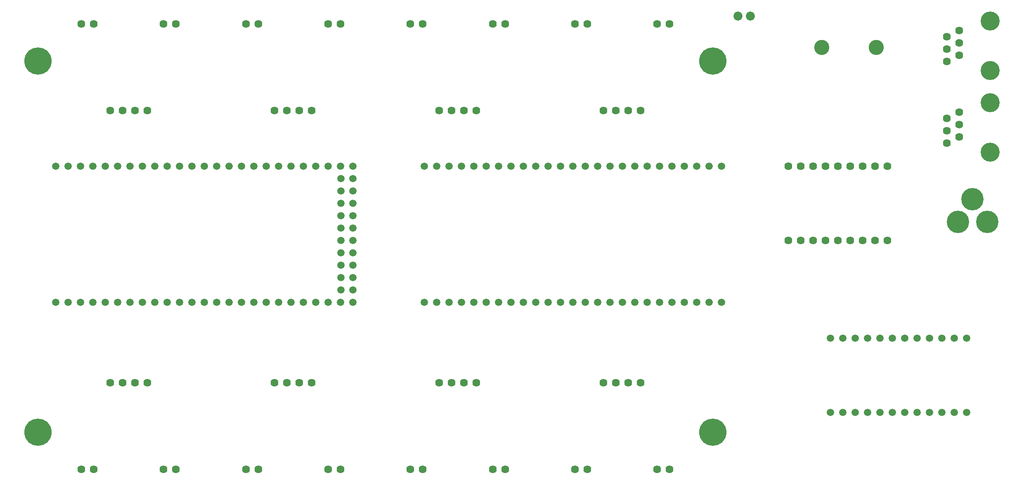
<source format=gbr>
G04 #@! TF.GenerationSoftware,KiCad,Pcbnew,(5.1.9-0-10_14)*
G04 #@! TF.CreationDate,2021-05-14T17:34:44-04:00*
G04 #@! TF.ProjectId,pressure_module,70726573-7375-4726-955f-6d6f64756c65,rev?*
G04 #@! TF.SameCoordinates,Original*
G04 #@! TF.FileFunction,Soldermask,Bot*
G04 #@! TF.FilePolarity,Negative*
%FSLAX46Y46*%
G04 Gerber Fmt 4.6, Leading zero omitted, Abs format (unit mm)*
G04 Created by KiCad (PCBNEW (5.1.9-0-10_14)) date 2021-05-14 17:34:44*
%MOMM*%
%LPD*%
G01*
G04 APERTURE LIST*
%ADD10C,1.497000*%
%ADD11C,5.600000*%
%ADD12C,1.624000*%
%ADD13C,3.900000*%
%ADD14C,4.600000*%
%ADD15C,3.100000*%
%ADD16C,1.850000*%
G04 APERTURE END LIST*
D10*
G04 #@! TO.C,P24*
X169418000Y-87566500D03*
X166878000Y-87566500D03*
X164338000Y-87566500D03*
X161798000Y-87566500D03*
X159258000Y-87566500D03*
X156718000Y-87566500D03*
X154178000Y-87566500D03*
X151638000Y-87566500D03*
X149098000Y-87566500D03*
X146558000Y-87566500D03*
X144018000Y-87566500D03*
X141478000Y-87566500D03*
X138938000Y-87566500D03*
X136398000Y-87566500D03*
X133858000Y-87566500D03*
X131318000Y-87566500D03*
X128778000Y-87566500D03*
X126238000Y-87566500D03*
X123698000Y-87566500D03*
X121158000Y-87566500D03*
X118618000Y-87566500D03*
X116078000Y-87566500D03*
X113538000Y-87566500D03*
X110998000Y-87566500D03*
X108458000Y-87566500D03*
X108458000Y-59626500D03*
X110998000Y-59626500D03*
X113538000Y-59626500D03*
X116078000Y-59626500D03*
X118618000Y-59626500D03*
X121158000Y-59626500D03*
X123698000Y-59626500D03*
X126238000Y-59626500D03*
X128778000Y-59626500D03*
X131318000Y-59626500D03*
X133858000Y-59626500D03*
X136398000Y-59626500D03*
X138938000Y-59626500D03*
X141478000Y-59626500D03*
X144018000Y-59626500D03*
X146558000Y-59626500D03*
X149098000Y-59626500D03*
X151638000Y-59626500D03*
X154178000Y-59626500D03*
X156718000Y-59626500D03*
X159258000Y-59626500D03*
X161798000Y-59626500D03*
X164338000Y-59626500D03*
X166878000Y-59626500D03*
X169418000Y-59626500D03*
G04 #@! TD*
D11*
G04 #@! TO.C,H3*
X167640000Y-38100000D03*
G04 #@! TD*
G04 #@! TO.C,H2*
X29210000Y-114300000D03*
G04 #@! TD*
G04 #@! TO.C,H1*
X29210000Y-38100000D03*
G04 #@! TD*
D12*
G04 #@! TO.C,U8*
X145229942Y-48260000D03*
X147769942Y-48260000D03*
X150309942Y-48260000D03*
X152849942Y-48260000D03*
G04 #@! TD*
G04 #@! TO.C,U1*
X43992800Y-48260000D03*
X46532800Y-48260000D03*
X49072800Y-48260000D03*
X51612800Y-48260000D03*
G04 #@! TD*
D10*
G04 #@! TO.C,P12*
X93784420Y-87571580D03*
X91244420Y-87571580D03*
X88704420Y-87571580D03*
X86164420Y-87571580D03*
X83624420Y-87571580D03*
X81084420Y-87571580D03*
X78544420Y-87571580D03*
X76004420Y-87571580D03*
X73464420Y-87571580D03*
X70924420Y-87571580D03*
X68384420Y-87571580D03*
X65844420Y-87571580D03*
X63304420Y-87571580D03*
X60764420Y-87571580D03*
X58224420Y-87571580D03*
X55684420Y-87571580D03*
X53144420Y-87571580D03*
X50604420Y-87571580D03*
X48064420Y-87571580D03*
X45524420Y-87571580D03*
X42984420Y-87571580D03*
X40444420Y-87571580D03*
X37904420Y-87571580D03*
X35364420Y-87571580D03*
X32824420Y-87571580D03*
X32824420Y-59631580D03*
X35364420Y-59631580D03*
X37904420Y-59631580D03*
X40444420Y-59631580D03*
X42984420Y-59631580D03*
X45524420Y-59631580D03*
X48064420Y-59631580D03*
X50604420Y-59631580D03*
X53144420Y-59631580D03*
X55684420Y-59631580D03*
X58224420Y-59631580D03*
X60764420Y-59631580D03*
X63304420Y-59631580D03*
X65844420Y-59631580D03*
X68384420Y-59631580D03*
X70924420Y-59631580D03*
X73464420Y-59631580D03*
X76004420Y-59631580D03*
X78544420Y-59631580D03*
X81084420Y-59631580D03*
X83624420Y-59631580D03*
X86164420Y-59631580D03*
X88704420Y-59631580D03*
X91244420Y-59631580D03*
X93784420Y-59631580D03*
G04 #@! TD*
D12*
G04 #@! TO.C,U6*
X111484228Y-48260000D03*
X114024228Y-48260000D03*
X116564228Y-48260000D03*
X119104228Y-48260000D03*
G04 #@! TD*
D10*
G04 #@! TO.C,P21*
X219710000Y-110236000D03*
X217170000Y-110236000D03*
X214630000Y-110236000D03*
X212090000Y-110236000D03*
X209550000Y-110236000D03*
X207010000Y-110236000D03*
X204470000Y-110236000D03*
X199390000Y-110236000D03*
X196850000Y-110236000D03*
X194310000Y-110236000D03*
X191770000Y-110236000D03*
X201930000Y-110236000D03*
X201930000Y-94996000D03*
X191770000Y-94996000D03*
X194310000Y-94996000D03*
X196850000Y-94996000D03*
X199390000Y-94996000D03*
X204470000Y-94996000D03*
X207010000Y-94996000D03*
X209550000Y-94996000D03*
X212090000Y-94996000D03*
X214630000Y-94996000D03*
X217170000Y-94996000D03*
X219710000Y-94996000D03*
G04 #@! TD*
D12*
G04 #@! TO.C,P5*
X203454000Y-59626500D03*
X200914000Y-59626500D03*
X198374000Y-59626500D03*
X195834000Y-59626500D03*
X193294000Y-59626500D03*
X190754000Y-59626500D03*
X188214000Y-59626500D03*
X185674000Y-59626500D03*
X183134000Y-59626500D03*
X183134000Y-74866500D03*
X185674000Y-74866500D03*
X188214000Y-74866500D03*
X190754000Y-74866500D03*
X193294000Y-74866500D03*
X195834000Y-74866500D03*
X198374000Y-74866500D03*
X200914000Y-74866500D03*
X203454000Y-74866500D03*
G04 #@! TD*
G04 #@! TO.C,P11*
X215658700Y-38160560D03*
X215658700Y-35620560D03*
X215658700Y-33080560D03*
X218198700Y-36870560D03*
X218198700Y-34330560D03*
D13*
X224548700Y-29880560D03*
X224548700Y-40040560D03*
D12*
X218198700Y-31790560D03*
G04 #@! TD*
G04 #@! TO.C,P10*
X215658700Y-54899160D03*
X215658700Y-52359160D03*
X215658700Y-49819160D03*
X218198700Y-53609160D03*
X218198700Y-51069160D03*
D13*
X224548700Y-46619160D03*
X224548700Y-56779160D03*
D12*
X218198700Y-48529160D03*
G04 #@! TD*
D14*
G04 #@! TO.C,P22*
X220903800Y-66394600D03*
X223903800Y-71094600D03*
X217903800Y-71094600D03*
G04 #@! TD*
D10*
G04 #@! TO.C,P25*
X91313000Y-62166500D03*
X91313000Y-64706500D03*
X91313000Y-67246500D03*
X91313000Y-69786500D03*
X91313000Y-72326500D03*
X91313000Y-77406500D03*
X91313000Y-79946500D03*
X91313000Y-82486500D03*
X91313000Y-85026500D03*
X91313000Y-74866500D03*
G04 #@! TD*
G04 #@! TO.C,P26*
X93789500Y-62166500D03*
X93789500Y-64706500D03*
X93789500Y-67246500D03*
X93789500Y-69786500D03*
X93789500Y-72326500D03*
X93789500Y-77406500D03*
X93789500Y-79946500D03*
X93789500Y-82486500D03*
X93789500Y-85026500D03*
X93789500Y-74866500D03*
G04 #@! TD*
D12*
G04 #@! TO.C,U2*
X51612800Y-104140000D03*
X49072800Y-104140000D03*
X46532800Y-104140000D03*
X43992800Y-104140000D03*
G04 #@! TD*
G04 #@! TO.C,U4*
X77738514Y-48260000D03*
X80278514Y-48260000D03*
X82818514Y-48260000D03*
X85358514Y-48260000D03*
G04 #@! TD*
G04 #@! TO.C,U5*
X85358514Y-104140000D03*
X82818514Y-104140000D03*
X80278514Y-104140000D03*
X77738514Y-104140000D03*
G04 #@! TD*
G04 #@! TO.C,U7*
X119104228Y-104140000D03*
X116564228Y-104140000D03*
X114024228Y-104140000D03*
X111484228Y-104140000D03*
G04 #@! TD*
G04 #@! TO.C,U9*
X152849942Y-104140000D03*
X150309942Y-104140000D03*
X147769942Y-104140000D03*
X145229942Y-104140000D03*
G04 #@! TD*
G04 #@! TO.C,P1*
X38100000Y-30480000D03*
X40640000Y-30480000D03*
G04 #@! TD*
G04 #@! TO.C,P2*
X54972857Y-30480000D03*
X57512857Y-30480000D03*
G04 #@! TD*
G04 #@! TO.C,P3*
X71845714Y-30480000D03*
X74385714Y-30480000D03*
G04 #@! TD*
G04 #@! TO.C,P4*
X88718571Y-30480000D03*
X91258571Y-30480000D03*
G04 #@! TD*
G04 #@! TO.C,P6*
X105591428Y-30480000D03*
X108131428Y-30480000D03*
G04 #@! TD*
G04 #@! TO.C,P7*
X122464285Y-30480000D03*
X125004285Y-30480000D03*
G04 #@! TD*
G04 #@! TO.C,P8*
X139337142Y-30480000D03*
X141877142Y-30480000D03*
G04 #@! TD*
G04 #@! TO.C,P9*
X156210000Y-30480000D03*
X158750000Y-30480000D03*
G04 #@! TD*
G04 #@! TO.C,P13*
X38100000Y-121920000D03*
X40640000Y-121920000D03*
G04 #@! TD*
G04 #@! TO.C,P14*
X54972857Y-121920000D03*
X57512857Y-121920000D03*
G04 #@! TD*
G04 #@! TO.C,P15*
X71845714Y-121920000D03*
X74385714Y-121920000D03*
G04 #@! TD*
G04 #@! TO.C,P16*
X88718571Y-121920000D03*
X91258571Y-121920000D03*
G04 #@! TD*
G04 #@! TO.C,P17*
X105591428Y-121920000D03*
X108131428Y-121920000D03*
G04 #@! TD*
G04 #@! TO.C,P18*
X122464285Y-121920000D03*
X125004285Y-121920000D03*
G04 #@! TD*
G04 #@! TO.C,P19*
X156210000Y-121920000D03*
X158750000Y-121920000D03*
G04 #@! TD*
G04 #@! TO.C,P20*
X139337142Y-121920000D03*
X141877142Y-121920000D03*
G04 #@! TD*
D15*
G04 #@! TO.C,P23*
X201145000Y-35306000D03*
X190015000Y-35306000D03*
G04 #@! TD*
D11*
G04 #@! TO.C,H4*
X167640000Y-114300000D03*
G04 #@! TD*
D16*
G04 #@! TO.C,P27*
X175310800Y-28803600D03*
X172770800Y-28803600D03*
G04 #@! TD*
M02*

</source>
